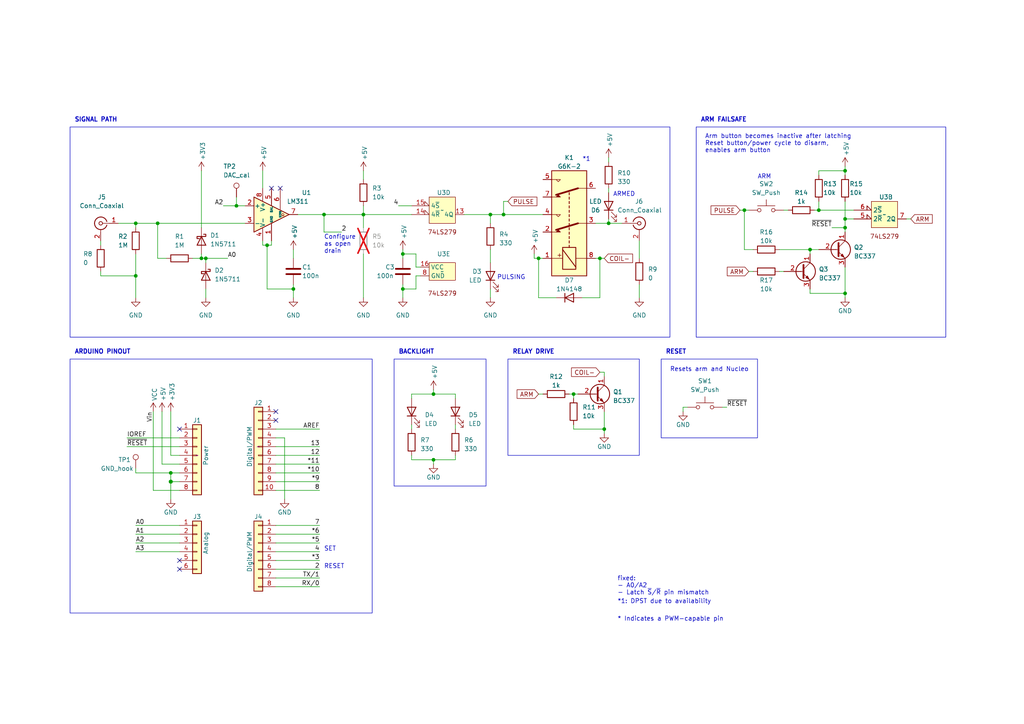
<source format=kicad_sch>
(kicad_sch (version 20230121) (generator eeschema)
  (paper "A4")
  (title_block (title "Pulsed laser ablator Interface") (date "2023-09-07") (rev "3"))
  (lib_symbols
    (symbol "74LS279_1"
      (property "Reference" "U3" (at 0.433 5.08 0))
      (property "Value" "~" (at 0 0 0))
      (symbol "74LS279_1_0_1"
        (text "74LS279" (at 0 -6.35 0) (effects (font (size 1.27 1.27))))
      )
      (symbol "74LS279_1_1_1"
        (rectangle (start -3.81 5.08) (end 3.81 -5.08) (fill (type background)))
        (pin input input_low (at -8.89 -2.54 0) (length 5.08) (name "1~{R}") (number "1"))
        (pin input input_low (at -8.89 2.54 0) (length 5.08) (name "1~{S}1") (number "2"))
        (pin input input_low (at -8.89 0 0) (length 5.08) (name "1~{S}2") (number "3"))
        (pin output line (at 6.35 -2.54 180) (length 2.54) (name "1Q") (number "4"))
      )
      (symbol "74LS279_1_2_1"
        (rectangle (start -3.81 3.81) (end 3.81 -3.81) (fill (type background)))
        (pin input input_low (at -8.89 -1.27 0) (length 5.08) (name "2~{R}") (number "5"))
        (pin input input_low (at -8.89 1.27 0) (length 5.08) (name "2~{S}") (number "6"))
        (pin output line (at 6.35 -1.27 180) (length 2.54) (name "2Q") (number "7"))
      )
      (symbol "74LS279_1_3_1"
        (rectangle (start -3.81 5.08) (end 3.81 -5.08) (fill (type background)))
        (pin input input_low (at -8.89 -2.54 0) (length 5.08) (name "3~{R}") (number "10"))
        (pin input input_low (at -8.89 2.54 0) (length 5.08) (name "3~{S}1") (number "11"))
        (pin input input_low (at -8.89 0 0) (length 5.08) (name "3~{S}2") (number "12"))
        (pin output line (at 6.35 -2.54 180) (length 2.54) (name "3Q") (number "9"))
      )
      (symbol "74LS279_1_4_1"
        (rectangle (start -3.81 3.81) (end 3.81 -3.81) (fill (type background)))
        (pin output line (at 6.35 -1.27 180) (length 2.54) (name "4Q") (number "13"))
        (pin input input_low (at -8.89 -1.27 0) (length 5.08) (name "4~{R}") (number "14"))
        (pin input input_low (at -8.89 1.27 0) (length 5.08) (name "4~{S}") (number "15"))
      )
      (symbol "74LS279_1_5_1"
        (rectangle (start -3.81 2.54) (end 3.81 -2.54) (fill (type background)))
        (pin power_in line (at -6.35 1.27 0) (length 2.54) (name "VCC") (number "16"))
        (pin power_out line (at -6.35 -1.27 0) (length 2.54) (name "GND") (number "8"))
      )
    )
    (symbol "74LS279_2"
      (property "Reference" "U3" (at 0.433 5.08 0))
      (property "Value" "~" (at 0 0 0))
      (symbol "74LS279_2_0_1"
        (text "74LS279" (at 0 -6.35 0) (effects (font (size 1.27 1.27))))
      )
      (symbol "74LS279_2_1_1"
        (rectangle (start -3.81 5.08) (end 3.81 -5.08) (fill (type background)))
        (pin input input_low (at -8.89 -2.54 0) (length 5.08) (name "1~{R}") (number "1"))
        (pin input input_low (at -8.89 2.54 0) (length 5.08) (name "1~{S}1") (number "2"))
        (pin input input_low (at -8.89 0 0) (length 5.08) (name "1~{S}2") (number "3"))
        (pin output line (at 6.35 -2.54 180) (length 2.54) (name "1Q") (number "4"))
      )
      (symbol "74LS279_2_2_1"
        (rectangle (start -3.81 3.81) (end 3.81 -3.81) (fill (type background)))
        (pin input input_low (at -8.89 -1.27 0) (length 5.08) (name "2~{R}") (number "5"))
        (pin input input_low (at -8.89 1.27 0) (length 5.08) (name "2~{S}") (number "6"))
        (pin output line (at 6.35 -1.27 180) (length 2.54) (name "2Q") (number "7"))
      )
      (symbol "74LS279_2_3_1"
        (rectangle (start -3.81 5.08) (end 3.81 -5.08) (fill (type background)))
        (pin input input_low (at -8.89 -2.54 0) (length 5.08) (name "3~{R}") (number "10"))
        (pin input input_low (at -8.89 2.54 0) (length 5.08) (name "3~{S}1") (number "11"))
        (pin input input_low (at -8.89 0 0) (length 5.08) (name "3~{S}2") (number "12"))
        (pin output line (at 6.35 -2.54 180) (length 2.54) (name "3Q") (number "9"))
      )
      (symbol "74LS279_2_4_1"
        (rectangle (start -3.81 3.81) (end 3.81 -3.81) (fill (type background)))
        (pin output line (at 6.35 -1.27 180) (length 2.54) (name "4Q") (number "13"))
        (pin input input_low (at -8.89 -1.27 0) (length 5.08) (name "4~{R}") (number "14"))
        (pin input input_low (at -8.89 1.27 0) (length 5.08) (name "4~{S}") (number "15"))
      )
      (symbol "74LS279_2_5_1"
        (rectangle (start -3.81 2.54) (end 3.81 -2.54) (fill (type background)))
        (pin power_in line (at -6.35 1.27 0) (length 2.54) (name "VCC") (number "16"))
        (pin power_out line (at -6.35 -1.27 0) (length 2.54) (name "GND") (number "8"))
      )
    )
    (symbol "Comparator:LM311" (pin_names (offset 0.127))
      (property "Reference" "U" (at 3.81 6.35 0))
      (property "Value" "LM311" (at 3.81 3.81 0))
      (symbol "LM311_0_1"
        (polyline (pts (xy 5.08 0) (xy -5.08 5.08) (xy -5.08 -5.08) (xy 5.08 0)) (stroke (width 0.254)) (fill (type background)))
        (polyline (pts (xy 3.683 -0.381) (xy 3.302 -0.381) (xy 3.683 0) (xy 3.302 0.381) (xy 2.921 0) (xy 3.302 -0.381) (xy 2.921 -0.381)) (stroke (width 0.127)))
      )
      (symbol "LM311_1_1"
        (pin passive line (at 0 -7.62 90) (length 5.08) (name "GND") (number "1"))
        (pin input line (at -7.62 2.54 0) (length 2.54) (name "+") (number "2"))
        (pin input line (at -7.62 -2.54 0) (length 2.54) (name "-") (number "3"))
        (pin power_in line (at -2.54 -7.62 90) (length 3.81) (name "V-") (number "4"))
        (pin input line (at 0 7.62 270) (length 5.08) (name "BAL") (number "5"))
        (pin input line (at 2.54 7.62 270) (length 6.35) (name "STRB") (number "6"))
        (pin open_collector line (at 7.62 0 180) (length 2.54) (name "~") (number "7"))
        (pin power_in line (at -2.54 7.62 270) (length 3.81) (name "V+") (number "8"))
      )
    )
    (symbol "Connector:Conn_Coaxial" (pin_names (offset 1.016) hide)
      (property "Reference" "J" (at 0.254 3.048 0))
      (property "Value" "Conn_Coaxial" (at 2.921 0 90))
      (symbol "Conn_Coaxial_0_1"
        (arc (start -1.778 -0.508) (mid 0.2311 -1.8066) (end 1.778 0) (stroke (width 0.254)))
        (polyline (pts (xy -2.54 0) (xy -0.508 0)))
        (polyline (pts (xy 0 -2.54) (xy 0 -1.778)))
        (circle (center 0 0) (radius 0.508) (stroke (width 0.2032)))
        (arc (start 1.778 0) (mid 0.2099 1.8101) (end -1.778 0.508) (stroke (width 0.254)))
      )
      (symbol "Conn_Coaxial_1_1"
        (pin passive line (at -5.08 0 0) (length 2.54) (name "In") (number "1"))
        (pin passive line (at 0 -5.08 90) (length 2.54) (name "Ext") (number "2"))
      )
    )
    (symbol "Connector:TestPoint" (pin_numbers hide) (pin_names (offset 0.762) hide)
      (property "Reference" "TP" (at 0 6.858 0))
      (property "Value" "TestPoint" (at 0 5.08 0))
      (symbol "TestPoint_0_1"
        (circle (center 0 3.302) (radius 0.762))
      )
      (symbol "TestPoint_1_1"
        (pin passive line (at 0 0 90) (length 2.54) (name "1") (number "1"))
      )
    )
    (symbol "Connector_Generic:Conn_01x06" (pin_names (offset 1.016) hide)
      (property "Reference" "J" (at 0 7.62 0))
      (property "Value" "Conn_01x06" (at 0 -10.16 0))
      (symbol "Conn_01x06_1_1"
        (rectangle (start -1.27 -7.493) (end 0 -7.747) (stroke (width 0.1524)))
        (rectangle (start -1.27 -4.953) (end 0 -5.207) (stroke (width 0.1524)))
        (rectangle (start -1.27 -2.413) (end 0 -2.667) (stroke (width 0.1524)))
        (rectangle (start -1.27 0.127) (end 0 -0.127) (stroke (width 0.1524)))
        (rectangle (start -1.27 2.667) (end 0 2.413) (stroke (width 0.1524)))
        (rectangle (start -1.27 5.207) (end 0 4.953) (stroke (width 0.1524)))
        (rectangle (start -1.27 6.35) (end 1.27 -8.89) (stroke (width 0.254)) (fill (type background)))
        (pin passive line (at -5.08 5.08 0) (length 3.81) (name "Pin_1") (number "1"))
        (pin passive line (at -5.08 2.54 0) (length 3.81) (name "Pin_2") (number "2"))
        (pin passive line (at -5.08 0 0) (length 3.81) (name "Pin_3") (number "3"))
        (pin passive line (at -5.08 -2.54 0) (length 3.81) (name "Pin_4") (number "4"))
        (pin passive line (at -5.08 -5.08 0) (length 3.81) (name "Pin_5") (number "5"))
        (pin passive line (at -5.08 -7.62 0) (length 3.81) (name "Pin_6") (number "6"))
      )
    )
    (symbol "Connector_Generic:Conn_01x08" (pin_names (offset 1.016) hide)
      (property "Reference" "J" (at 0 10.16 0))
      (property "Value" "Conn_01x08" (at 0 -12.7 0))
      (symbol "Conn_01x08_1_1"
        (rectangle (start -1.27 -10.033) (end 0 -10.287) (stroke (width 0.1524)))
        (rectangle (start -1.27 -7.493) (end 0 -7.747) (stroke (width 0.1524)))
        (rectangle (start -1.27 -4.953) (end 0 -5.207) (stroke (width 0.1524)))
        (rectangle (start -1.27 -2.413) (end 0 -2.667) (stroke (width 0.1524)))
        (rectangle (start -1.27 0.127) (end 0 -0.127) (stroke (width 0.1524)))
        (rectangle (start -1.27 2.667) (end 0 2.413) (stroke (width 0.1524)))
        (rectangle (start -1.27 5.207) (end 0 4.953) (stroke (width 0.1524)))
        (rectangle (start -1.27 7.747) (end 0 7.493) (stroke (width 0.1524)))
        (rectangle (start -1.27 8.89) (end 1.27 -11.43) (stroke (width 0.254)) (fill (type background)))
        (pin passive line (at -5.08 7.62 0) (length 3.81) (name "Pin_1") (number "1"))
        (pin passive line (at -5.08 5.08 0) (length 3.81) (name "Pin_2") (number "2"))
        (pin passive line (at -5.08 2.54 0) (length 3.81) (name "Pin_3") (number "3"))
        (pin passive line (at -5.08 0 0) (length 3.81) (name "Pin_4") (number "4"))
        (pin passive line (at -5.08 -2.54 0) (length 3.81) (name "Pin_5") (number "5"))
        (pin passive line (at -5.08 -5.08 0) (length 3.81) (name "Pin_6") (number "6"))
        (pin passive line (at -5.08 -7.62 0) (length 3.81) (name "Pin_7") (number "7"))
        (pin passive line (at -5.08 -10.16 0) (length 3.81) (name "Pin_8") (number "8"))
      )
    )
    (symbol "Connector_Generic:Conn_01x10" (pin_names (offset 1.016) hide)
      (property "Reference" "J" (at 0 12.7 0))
      (property "Value" "Conn_01x10" (at 0 -15.24 0))
      (symbol "Conn_01x10_1_1"
        (rectangle (start -1.27 -12.573) (end 0 -12.827) (stroke (width 0.1524)))
        (rectangle (start -1.27 -10.033) (end 0 -10.287) (stroke (width 0.1524)))
        (rectangle (start -1.27 -7.493) (end 0 -7.747) (stroke (width 0.1524)))
        (rectangle (start -1.27 -4.953) (end 0 -5.207) (stroke (width 0.1524)))
        (rectangle (start -1.27 -2.413) (end 0 -2.667) (stroke (width 0.1524)))
        (rectangle (start -1.27 0.127) (end 0 -0.127) (stroke (width 0.1524)))
        (rectangle (start -1.27 2.667) (end 0 2.413) (stroke (width 0.1524)))
        (rectangle (start -1.27 5.207) (end 0 4.953) (stroke (width 0.1524)))
        (rectangle (start -1.27 7.747) (end 0 7.493) (stroke (width 0.1524)))
        (rectangle (start -1.27 10.287) (end 0 10.033) (stroke (width 0.1524)))
        (rectangle (start -1.27 11.43) (end 1.27 -13.97) (stroke (width 0.254)) (fill (type background)))
        (pin passive line (at -5.08 10.16 0) (length 3.81) (name "Pin_1") (number "1"))
        (pin passive line (at -5.08 -12.7 0) (length 3.81) (name "Pin_10") (number "10"))
        (pin passive line (at -5.08 7.62 0) (length 3.81) (name "Pin_2") (number "2"))
        (pin passive line (at -5.08 5.08 0) (length 3.81) (name "Pin_3") (number "3"))
        (pin passive line (at -5.08 2.54 0) (length 3.81) (name "Pin_4") (number "4"))
        (pin passive line (at -5.08 0 0) (length 3.81) (name "Pin_5") (number "5"))
        (pin passive line (at -5.08 -2.54 0) (length 3.81) (name "Pin_6") (number "6"))
        (pin passive line (at -5.08 -5.08 0) (length 3.81) (name "Pin_7") (number "7"))
        (pin passive line (at -5.08 -7.62 0) (length 3.81) (name "Pin_8") (number "8"))
        (pin passive line (at -5.08 -10.16 0) (length 3.81) (name "Pin_9") (number "9"))
      )
    )
    (symbol "Device:C" (pin_numbers hide) (pin_names (offset 0.254))
      (property "Reference" "C" (at 0.635 2.54 0))
      (property "Value" "C" (at 0.635 -2.54 0))
      (symbol "C_0_1"
        (polyline (pts (xy -2.032 -0.762) (xy 2.032 -0.762)) (stroke (width 0.508)))
        (polyline (pts (xy -2.032 0.762) (xy 2.032 0.762)) (stroke (width 0.508)))
      )
      (symbol "C_1_1"
        (pin passive line (at 0 3.81 270) (length 2.794) (name "~") (number "1"))
        (pin passive line (at 0 -3.81 90) (length 2.794) (name "~") (number "2"))
      )
    )
    (symbol "Device:D_Schottky" (pin_numbers hide) (pin_names (offset 1.016) hide)
      (property "Reference" "D" (at 0 2.54 0))
      (property "Value" "D_Schottky" (at 0 -2.54 0))
      (symbol "D_Schottky_0_1"
        (polyline (pts (xy 1.27 0) (xy -1.27 0)))
        (polyline (pts (xy 1.27 1.27) (xy 1.27 -1.27) (xy -1.27 0) (xy 1.27 1.27)) (stroke (width 0.254)))
        (polyline (pts (xy -1.905 0.635) (xy -1.905 1.27) (xy -1.27 1.27) (xy -1.27 -1.27) (xy -0.635 -1.27) (xy -0.635 -0.635)) (stroke (width 0.254)))
      )
      (symbol "D_Schottky_1_1"
        (pin passive line (at -3.81 0 0) (length 2.54) (name "K") (number "1"))
        (pin passive line (at 3.81 0 180) (length 2.54) (name "A") (number "2"))
      )
    )
    (symbol "Device:LED" (pin_numbers hide) (pin_names (offset 1.016) hide)
      (property "Reference" "D" (at 0 2.54 0))
      (property "Value" "LED" (at 0 -2.54 0))
      (symbol "LED_0_1"
        (polyline (pts (xy -1.27 -1.27) (xy -1.27 1.27)) (stroke (width 0.254)))
        (polyline (pts (xy -1.27 0) (xy 1.27 0)))
        (polyline (pts (xy 1.27 -1.27) (xy 1.27 1.27) (xy -1.27 0) (xy 1.27 -1.27)) (stroke (width 0.254)))
        (polyline (pts (xy -3.048 -0.762) (xy -4.572 -2.286) (xy -3.81 -2.286) (xy -4.572 -2.286) (xy -4.572 -1.524)))
        (polyline (pts (xy -1.778 -0.762) (xy -3.302 -2.286) (xy -2.54 -2.286) (xy -3.302 -2.286) (xy -3.302 -1.524)))
      )
      (symbol "LED_1_1"
        (pin passive line (at -3.81 0 0) (length 2.54) (name "K") (number "1"))
        (pin passive line (at 3.81 0 180) (length 2.54) (name "A") (number "2"))
      )
    )
    (symbol "Device:R" (pin_numbers hide) (pin_names (offset 0))
      (property "Reference" "R" (at 2.032 0 90))
      (property "Value" "R" (at 0 0 90))
      (symbol "R_0_1"
        (rectangle (start -1.016 -2.54) (end 1.016 2.54) (stroke (width 0.254)))
      )
      (symbol "R_1_1"
        (pin passive line (at 0 3.81 270) (length 1.27) (name "~") (number "1"))
        (pin passive line (at 0 -3.81 90) (length 1.27) (name "~") (number "2"))
      )
    )
    (symbol "Diode:1N4148" (pin_numbers hide) (pin_names hide)
      (property "Reference" "D" (at 0 2.54 0))
      (property "Value" "1N4148" (at 0 -2.54 0))
      (symbol "1N4148_0_1"
        (polyline (pts (xy -1.27 1.27) (xy -1.27 -1.27)) (stroke (width 0.254)))
        (polyline (pts (xy 1.27 0) (xy -1.27 0)))
        (polyline (pts (xy 1.27 1.27) (xy 1.27 -1.27) (xy -1.27 0) (xy 1.27 1.27)) (stroke (width 0.254)))
      )
      (symbol "1N4148_1_1"
        (pin passive line (at -3.81 0 0) (length 2.54) (name "K") (number "1"))
        (pin passive line (at 3.81 0 180) (length 2.54) (name "A") (number "2"))
      )
    )
    (symbol "Relay:G6K-2"
      (property "Reference" "K" (at 16.51 3.81 0))
      (property "Value" "G6K-2" (at 16.51 1.27 0))
      (symbol "G6K-2_0_0"
        (text "+" (at -9.271 2.921 0) (effects (font (size 1.27 1.27))))
      )
      (symbol "G6K-2_0_1"
        (rectangle (start -15.24 5.08) (end 15.24 -5.08) (stroke (width 0.254)) (fill (type background)))
        (rectangle (start -13.335 1.905) (end -6.985 -1.905) (stroke (width 0.254)))
        (polyline (pts (xy -12.7 -1.905) (xy -7.62 1.905)) (stroke (width 0.254)))
        (polyline (pts (xy -10.16 -5.08) (xy -10.16 -1.905)))
        (polyline (pts (xy -10.16 5.08) (xy -10.16 1.905)))
        (polyline (pts (xy -6.985 0) (xy -6.35 0)) (stroke (width 0.254)))
        (polyline (pts (xy -5.715 0) (xy -5.08 0)) (stroke (width 0.254)))
        (polyline (pts (xy -4.445 0) (xy -3.81 0)) (stroke (width 0.254)))
        (polyline (pts (xy -3.175 0) (xy -2.54 0)) (stroke (width 0.254)))
        (polyline (pts (xy -1.905 0) (xy -1.27 0)) (stroke (width 0.254)))
        (polyline (pts (xy -0.635 0) (xy 0 0)) (stroke (width 0.254)))
        (polyline (pts (xy 0 -2.54) (xy -1.905 3.81)) (stroke (width 0.508)))
        (polyline (pts (xy 0 -2.54) (xy 0 -5.08)))
        (polyline (pts (xy 0.635 0) (xy 1.27 0)) (stroke (width 0.254)))
        (polyline (pts (xy 1.905 0) (xy 2.54 0)) (stroke (width 0.254)))
        (polyline (pts (xy 3.175 0) (xy 3.81 0)) (stroke (width 0.254)))
        (polyline (pts (xy 4.445 0) (xy 5.08 0)) (stroke (width 0.254)))
        (polyline (pts (xy 5.715 0) (xy 6.35 0)) (stroke (width 0.254)))
        (polyline (pts (xy 6.985 0) (xy 7.62 0)) (stroke (width 0.254)))
        (polyline (pts (xy 8.255 0) (xy 8.89 0)) (stroke (width 0.254)))
        (polyline (pts (xy 10.16 -2.54) (xy 8.255 3.81)) (stroke (width 0.508)))
        (polyline (pts (xy 10.16 -2.54) (xy 10.16 -5.08)))
        (polyline (pts (xy -2.54 5.08) (xy -2.54 2.54) (xy -1.905 3.175) (xy -2.54 3.81)) (fill (type outline)))
        (polyline (pts (xy 2.54 5.08) (xy 2.54 2.54) (xy 1.905 3.175) (xy 2.54 3.81)))
        (polyline (pts (xy 7.62 5.08) (xy 7.62 2.54) (xy 8.255 3.175) (xy 7.62 3.81)) (fill (type outline)))
        (polyline (pts (xy 12.7 5.08) (xy 12.7 2.54) (xy 12.065 3.175) (xy 12.7 3.81)))
      )
      (symbol "G6K-2_1_1"
        (pin passive line (at -10.16 7.62 270) (length 2.54) (name "~") (number "1"))
        (pin passive line (at -2.54 7.62 270) (length 2.54) (name "~") (number "2"))
        (pin passive line (at 0 -7.62 90) (length 2.54) (name "~") (number "3"))
        (pin passive line (at 2.54 7.62 270) (length 2.54) (name "~") (number "4"))
        (pin passive line (at 12.7 7.62 270) (length 2.54) (name "~") (number "5"))
        (pin passive line (at 10.16 -7.62 90) (length 2.54) (name "~") (number "6"))
        (pin passive line (at 7.62 7.62 270) (length 2.54) (name "~") (number "7"))
        (pin passive line (at -10.16 -7.62 90) (length 2.54) (name "~") (number "8"))
      )
    )
    (symbol "Switch:SW_Push" (pin_numbers hide) (pin_names (offset 1.016) hide)
      (property "Reference" "SW" (at 1.27 2.54 0))
      (property "Value" "SW_Push" (at 0 -1.524 0))
      (symbol "SW_Push_0_1"
        (circle (center -2.032 0) (radius 0.508))
        (polyline (pts (xy 0 1.27) (xy 0 3.048)))
        (polyline (pts (xy 2.54 1.27) (xy -2.54 1.27)))
        (circle (center 2.032 0) (radius 0.508))
        (pin passive line (at -5.08 0 0) (length 2.54) (name "1") (number "1"))
        (pin passive line (at 5.08 0 180) (length 2.54) (name "2") (number "2"))
      )
    )
    (symbol "Transistor_BJT:BC337" (pin_names (offset 0) hide)
      (property "Reference" "Q" (at 5.08 1.905 0))
      (property "Value" "BC337" (at 5.08 0 0))
      (symbol "BC337_0_1"
        (polyline (pts (xy 0 0) (xy 0.635 0)))
        (polyline (pts (xy 0.635 0.635) (xy 2.54 2.54)))
        (polyline (pts (xy 0.635 -0.635) (xy 2.54 -2.54) (xy 2.54 -2.54)))
        (polyline (pts (xy 0.635 1.905) (xy 0.635 -1.905) (xy 0.635 -1.905)) (stroke (width 0.508)))
        (polyline (pts (xy 1.27 -1.778) (xy 1.778 -1.27) (xy 2.286 -2.286) (xy 1.27 -1.778) (xy 1.27 -1.778)) (fill (type outline)))
        (circle (center 1.27 0) (radius 2.8194) (stroke (width 0.254)))
      )
      (symbol "BC337_1_1"
        (pin passive line (at 2.54 5.08 270) (length 2.54) (name "C") (number "1"))
        (pin input line (at -5.08 0 0) (length 5.08) (name "B") (number "2"))
        (pin passive line (at 2.54 -5.08 90) (length 2.54) (name "E") (number "3"))
      )
    )
    (symbol "guillem_symbols:74LS279"
      (property "Reference" "U3" (at 0.433 5.08 0))
      (property "Value" "~" (at 0 0 0))
      (symbol "74LS279_0_1"
        (text "74LS279" (at 0 -6.35 0) (effects (font (size 1.27 1.27))))
      )
      (symbol "74LS279_1_1"
        (rectangle (start -3.81 5.08) (end 3.81 -5.08) (fill (type background)))
        (pin input input_low (at -8.89 -2.54 0) (length 5.08) (name "1~{R}") (number "1"))
        (pin input input_low (at -8.89 2.54 0) (length 5.08) (name "1~{S}1") (number "2"))
        (pin input input_low (at -8.89 0 0) (length 5.08) (name "1~{S}2") (number "3"))
        (pin output line (at 6.35 -2.54 180) (length 2.54) (name "1Q") (number "4"))
      )
      (symbol "74LS279_2_1"
        (rectangle (start -3.81 3.81) (end 3.81 -3.81) (fill (type background)))
        (pin input input_low (at -8.89 -1.27 0) (length 5.08) (name "2~{R}") (number "5"))
        (pin input input_low (at -8.89 1.27 0) (length 5.08) (name "2~{S}") (number "6"))
        (pin output line (at 6.35 -1.27 180) (length 2.54) (name "2Q") (number "7"))
      )
      (symbol "74LS279_3_1"
        (rectangle (start -3.81 5.08) (end 3.81 -5.08) (fill (type background)))
        (pin input input_low (at -8.89 -2.54 0) (length 5.08) (name "3~{R}") (number "10"))
        (pin input input_low (at -8.89 2.54 0) (length 5.08) (name "3~{S}1") (number "11"))
        (pin input input_low (at -8.89 0 0) (length 5.08) (name "3~{S}2") (number "12"))
        (pin output line (at 6.35 -2.54 180) (length 2.54) (name "3Q") (number "9"))
      )
      (symbol "74LS279_4_1"
        (rectangle (start -3.81 3.81) (end 3.81 -3.81) (fill (type background)))
        (pin output line (at 6.35 -1.27 180) (length 2.54) (name "4Q") (number "13"))
        (pin input input_low (at -8.89 -1.27 0) (length 5.08) (name "4~{R}") (number "14"))
        (pin input input_low (at -8.89 1.27 0) (length 5.08) (name "4~{S}") (number "15"))
      )
      (symbol "74LS279_5_1"
        (rectangle (start -3.81 2.54) (end 3.81 -2.54) (fill (type background)))
        (pin power_in line (at -6.35 1.27 0) (length 2.54) (name "VCC") (number "16"))
        (pin power_out line (at -6.35 -1.27 0) (length 2.54) (name "GND") (number "8"))
      )
    )
    (symbol "power:+3V3" (power) (pin_names (offset 0))
      (property "Value" "+3V3" (at 0 3.556 0))
      (symbol "+3V3_0_1"
        (polyline (pts (xy -0.762 1.27) (xy 0 2.54)))
        (polyline (pts (xy 0 0) (xy 0 2.54)))
        (polyline (pts (xy 0 2.54) (xy 0.762 1.27)))
      )
      (symbol "+3V3_1_1"
        (pin power_in line (at 0 0 90) (length 0) hide (name "+3V3") (number "1"))
      )
    )
    (symbol "power:+5V" (power) (pin_names (offset 0))
      (property "Value" "+5V" (at 0 3.556 0))
      (symbol "+5V_0_1"
        (polyline (pts (xy -0.762 1.27) (xy 0 2.54)))
        (polyline (pts (xy 0 0) (xy 0 2.54)))
        (polyline (pts (xy 0 2.54) (xy 0.762 1.27)))
      )
      (symbol "+5V_1_1"
        (pin power_in line (at 0 0 90) (length 0) hide (name "+5V") (number "1"))
      )
    )
    (symbol "power:GND" (power) (pin_names (offset 0))
      (property "Value" "GND" (at 0 -3.81 0))
      (symbol "GND_0_1"
        (polyline (pts (xy 0 0) (xy 0 -1.27) (xy 1.27 -1.27) (xy 0 -2.54) (xy -1.27 -1.27) (xy 0 -1.27)))
      )
      (symbol "GND_1_1"
        (pin power_in line (at 0 0 270) (length 0) hide (name "GND") (number "1"))
      )
    )
    (symbol "power:VCC" (power) (pin_names (offset 0))
      (property "Value" "VCC" (at 0 3.81 0))
      (symbol "VCC_0_1"
        (polyline (pts (xy -0.762 1.27) (xy 0 2.54)))
        (polyline (pts (xy 0 0) (xy 0 2.54)))
        (polyline (pts (xy 0 2.54) (xy 0.762 1.27)))
      )
      (symbol "VCC_1_1"
        (pin power_in line (at 0 0 90) (length 0) hide (name "VCC") (number "1"))
      )
    )
  )
  (junction (at 234.95 72.39))
  (junction (at 245.11 63.5))
  (junction (at 85.09 83.82))
  (junction (at 237.49 60.96))
  (junction (at 49.53 137.16))
  (junction (at 245.11 66.04))
  (junction (at 142.24 62.23))
  (junction (at 176.53 64.77))
  (junction (at 49.53 139.7) (diameter 1.016))
  (junction (at 245.11 85.09))
  (junction (at 39.37 64.77))
  (junction (at 93.98 62.23))
  (junction (at 58.42 74.93))
  (junction (at 125.73 133.35))
  (junction (at 175.26 124.46))
  (junction (at 173.99 74.93))
  (junction (at 116.84 83.82))
  (junction (at 77.47 71.12))
  (junction (at 125.73 114.3))
  (junction (at 45.72 64.77))
  (junction (at 68.58 59.69))
  (junction (at 166.37 114.3))
  (junction (at 39.37 80.01))
  (junction (at 105.41 62.23))
  (junction (at 146.05 62.23))
  (junction (at 116.84 73.66))
  (junction (at 245.11 49.53))
  (junction (at 215.9 60.96))
  (junction (at 156.21 74.93))
  (junction (at 59.69 74.93))
  (no_connect (at 80.01 121.92))
  (no_connect (at 81.28 54.61))
  (no_connect (at 52.07 162.56))
  (no_connect (at 80.01 119.38))
  (no_connect (at 78.74 54.61))
  (no_connect (at 52.07 165.1))
  (no_connect (at 52.07 124.46))
  (wire (pts (xy 80.01 170.18) (xy 92.71 170.18)))
  (wire (pts (xy 215.9 60.96) (xy 215.9 72.39)))
  (wire (pts (xy 175.26 119.38) (xy 175.26 124.46)))
  (wire (pts (xy 156.21 74.93) (xy 157.48 74.93)))
  (wire (pts (xy 120.65 83.82) (xy 120.65 80.01)))
  (wire (pts (xy 173.99 86.36) (xy 173.99 74.93)))
  (wire (pts (xy 80.01 137.16) (xy 92.71 137.16)))
  (wire (pts (xy 58.42 74.93) (xy 59.69 74.93)))
  (wire (pts (xy 241.3 66.04) (xy 245.11 66.04)))
  (wire (pts (xy 185.42 69.85) (xy 185.42 74.93)))
  (wire (pts (xy 234.95 72.39) (xy 234.95 73.66)))
  (wire (pts (xy 237.49 49.53) (xy 237.49 50.8)))
  (wire (pts (xy 237.49 58.42) (xy 237.49 60.96)))
  (wire (pts (xy 76.2 49.53) (xy 76.2 54.61)))
  (wire (pts (xy 49.53 137.16) (xy 49.53 139.7)))
  (wire (pts (xy 142.24 62.23) (xy 146.05 62.23)))
  (wire (pts (xy 132.08 123.19) (xy 132.08 124.46)))
  (wire (pts (xy 77.47 71.12) (xy 77.47 83.82)))
  (wire (pts (xy 245.11 63.5) (xy 247.65 63.5)))
  (wire (pts (xy 245.11 66.04) (xy 245.11 63.5)))
  (wire (pts (xy 175.26 107.95) (xy 175.26 109.22)))
  (wire (pts (xy 48.26 74.93) (xy 45.72 74.93)))
  (wire (pts (xy 245.11 48.26) (xy 245.11 49.53)))
  (wire (pts (xy 245.11 49.53) (xy 237.49 49.53)))
  (wire (pts (xy 49.53 139.7) (xy 49.53 144.78)))
  (wire (pts (xy 49.53 132.08) (xy 52.07 132.08)))
  (wire (pts (xy 227.33 60.96) (xy 228.6 60.96)))
  (wire (pts (xy 46.99 134.62) (xy 52.07 134.62)))
  (wire (pts (xy 46.99 119.38) (xy 46.99 134.62)))
  (wire (pts (xy 142.24 72.39) (xy 142.24 76.2)))
  (wire (pts (xy 217.17 78.74) (xy 218.44 78.74)))
  (wire (pts (xy 80.01 129.54) (xy 92.71 129.54)))
  (wire (pts (xy 86.36 62.23) (xy 93.98 62.23)))
  (wire (pts (xy 49.53 119.38) (xy 49.53 132.08)))
  (wire (pts (xy 80.01 152.4) (xy 92.71 152.4)))
  (wire (pts (xy 165.1 114.3) (xy 166.37 114.3)))
  (wire (pts (xy 39.37 73.66) (xy 39.37 80.01)))
  (wire (pts (xy 52.07 152.4) (xy 39.37 152.4)))
  (wire (pts (xy 173.99 74.93) (xy 175.26 74.93)))
  (wire (pts (xy 80.01 132.08) (xy 92.71 132.08)))
  (wire (pts (xy 93.98 62.23) (xy 105.41 62.23)))
  (wire (pts (xy 45.72 64.77) (xy 71.12 64.77)))
  (wire (pts (xy 80.01 154.94) (xy 92.71 154.94)))
  (wire (pts (xy 85.09 82.55) (xy 85.09 83.82)))
  (wire (pts (xy 76.2 69.85) (xy 76.2 71.12)))
  (wire (pts (xy 147.32 58.42) (xy 146.05 58.42)))
  (wire (pts (xy 105.41 62.23) (xy 105.41 66.04)))
  (wire (pts (xy 105.41 59.69) (xy 105.41 62.23)))
  (wire (pts (xy 68.58 57.15) (xy 68.58 59.69)))
  (wire (pts (xy 59.69 83.82) (xy 59.69 86.36)))
  (wire (pts (xy 29.21 69.85) (xy 29.21 71.12)))
  (wire (pts (xy 215.9 72.39) (xy 218.44 72.39)))
  (wire (pts (xy 173.99 107.95) (xy 175.26 107.95)))
  (wire (pts (xy 166.37 124.46) (xy 175.26 124.46)))
  (wire (pts (xy 29.21 80.01) (xy 39.37 80.01)))
  (wire (pts (xy 134.62 62.23) (xy 142.24 62.23)))
  (wire (pts (xy 80.01 139.7) (xy 92.71 139.7)))
  (wire (pts (xy 29.21 78.74) (xy 29.21 80.01)))
  (wire (pts (xy 132.08 132.08) (xy 132.08 133.35)))
  (wire (pts (xy 76.2 71.12) (xy 77.47 71.12)))
  (wire (pts (xy 80.01 160.02) (xy 92.71 160.02)))
  (wire (pts (xy 85.09 72.39) (xy 85.09 74.93)))
  (wire (pts (xy 119.38 132.08) (xy 119.38 133.35)))
  (wire (pts (xy 215.9 60.96) (xy 217.17 60.96)))
  (wire (pts (xy 262.89 63.5) (xy 264.16 63.5)))
  (wire (pts (xy 166.37 123.19) (xy 166.37 124.46)))
  (wire (pts (xy 36.83 127) (xy 52.07 127)))
  (wire (pts (xy 116.84 83.82) (xy 120.65 83.82)))
  (wire (pts (xy 125.73 134.62) (xy 125.73 133.35)))
  (wire (pts (xy 245.11 58.42) (xy 245.11 63.5)))
  (wire (pts (xy 198.12 119.38) (xy 198.12 118.11)))
  (wire (pts (xy 234.95 83.82) (xy 234.95 85.09)))
  (wire (pts (xy 120.65 80.01) (xy 121.92 80.01)))
  (wire (pts (xy 176.53 54.61) (xy 176.53 55.88)))
  (wire (pts (xy 175.26 124.46) (xy 175.26 125.73)))
  (wire (pts (xy 125.73 133.35) (xy 132.08 133.35)))
  (wire (pts (xy 146.05 62.23) (xy 157.48 62.23)))
  (wire (pts (xy 234.95 72.39) (xy 237.49 72.39)))
  (wire (pts (xy 185.42 82.55) (xy 185.42 86.36)))
  (wire (pts (xy 245.11 77.47) (xy 245.11 85.09)))
  (wire (pts (xy 120.65 73.66) (xy 116.84 73.66)))
  (wire (pts (xy 82.55 127) (xy 82.55 144.78)))
  (wire (pts (xy 93.98 62.23) (xy 93.98 67.31)))
  (wire (pts (xy 105.41 73.66) (xy 105.41 86.36)))
  (wire (pts (xy 121.92 77.47) (xy 120.65 77.47)))
  (wire (pts (xy 45.72 64.77) (xy 45.72 74.93)))
  (wire (pts (xy 80.01 124.46) (xy 92.71 124.46)))
  (wire (pts (xy 115.57 59.69) (xy 119.38 59.69)))
  (wire (pts (xy 142.24 83.82) (xy 142.24 86.36)))
  (wire (pts (xy 214.63 60.96) (xy 215.9 60.96)))
  (wire (pts (xy 125.73 114.3) (xy 132.08 114.3)))
  (wire (pts (xy 116.84 83.82) (xy 116.84 86.36)))
  (wire (pts (xy 166.37 114.3) (xy 167.64 114.3)))
  (wire (pts (xy 85.09 83.82) (xy 85.09 86.36)))
  (wire (pts (xy 68.58 59.69) (xy 71.12 59.69)))
  (wire (pts (xy 52.07 157.48) (xy 39.37 157.48)))
  (wire (pts (xy 36.83 129.54) (xy 52.07 129.54)))
  (wire (pts (xy 77.47 83.82) (xy 85.09 83.82)))
  (wire (pts (xy 39.37 137.16) (xy 49.53 137.16)))
  (wire (pts (xy 52.07 139.7) (xy 49.53 139.7)))
  (wire (pts (xy 39.37 64.77) (xy 45.72 64.77)))
  (wire (pts (xy 116.84 82.55) (xy 116.84 83.82)))
  (wire (pts (xy 125.73 113.03) (xy 125.73 114.3)))
  (wire (pts (xy 119.38 114.3) (xy 119.38 115.57)))
  (wire (pts (xy 156.21 114.3) (xy 157.48 114.3)))
  (wire (pts (xy 245.11 67.31) (xy 245.11 66.04)))
  (wire (pts (xy 78.74 69.85) (xy 78.74 71.12)))
  (wire (pts (xy 52.07 142.24) (xy 44.45 142.24)))
  (wire (pts (xy 105.41 49.53) (xy 105.41 52.07)))
  (wire (pts (xy 105.41 62.23) (xy 119.38 62.23)))
  (wire (pts (xy 39.37 154.94) (xy 52.07 154.94)))
  (wire (pts (xy 39.37 80.01) (xy 39.37 86.36)))
  (wire (pts (xy 58.42 49.53) (xy 58.42 66.04)))
  (wire (pts (xy 120.65 77.47) (xy 120.65 73.66)))
  (wire (pts (xy 245.11 49.53) (xy 245.11 50.8)))
  (wire (pts (xy 59.69 74.93) (xy 66.04 74.93)))
  (wire (pts (xy 166.37 114.3) (xy 166.37 115.57)))
  (wire (pts (xy 176.53 63.5) (xy 176.53 64.77)))
  (wire (pts (xy 172.72 64.77) (xy 176.53 64.77)))
  (wire (pts (xy 226.06 72.39) (xy 234.95 72.39)))
  (wire (pts (xy 55.88 74.93) (xy 58.42 74.93)))
  (wire (pts (xy 80.01 127) (xy 82.55 127)))
  (wire (pts (xy 156.21 86.36) (xy 156.21 74.93)))
  (wire (pts (xy 168.91 86.36) (xy 173.99 86.36)))
  (wire (pts (xy 52.07 137.16) (xy 49.53 137.16)))
  (wire (pts (xy 176.53 45.72) (xy 176.53 46.99)))
  (wire (pts (xy 142.24 62.23) (xy 142.24 64.77)))
  (wire (pts (xy 80.01 134.62) (xy 92.71 134.62)))
  (wire (pts (xy 58.42 73.66) (xy 58.42 74.93)))
  (wire (pts (xy 99.06 67.31) (xy 93.98 67.31)))
  (wire (pts (xy 132.08 115.57) (xy 132.08 114.3)))
  (wire (pts (xy 237.49 60.96) (xy 247.65 60.96)))
  (wire (pts (xy 80.01 157.48) (xy 92.71 157.48)))
  (wire (pts (xy 39.37 160.02) (xy 52.07 160.02)))
  (wire (pts (xy 161.29 86.36) (xy 156.21 86.36)))
  (wire (pts (xy 176.53 64.77) (xy 180.34 64.77)))
  (wire (pts (xy 116.84 73.66) (xy 116.84 74.93)))
  (wire (pts (xy 236.22 60.96) (xy 237.49 60.96)))
  (wire (pts (xy 209.55 118.11) (xy 210.82 118.11)))
  (wire (pts (xy 154.94 73.66) (xy 154.94 74.93)))
  (wire (pts (xy 77.47 71.12) (xy 78.74 71.12)))
  (wire (pts (xy 39.37 135.89) (xy 39.37 137.16)))
  (wire (pts (xy 39.37 64.77) (xy 39.37 66.04)))
  (wire (pts (xy 154.94 74.93) (xy 156.21 74.93)))
  (wire (pts (xy 80.01 165.1) (xy 92.71 165.1)))
  (wire (pts (xy 146.05 58.42) (xy 146.05 62.23)))
  (wire (pts (xy 80.01 162.56) (xy 92.71 162.56)))
  (wire (pts (xy 198.12 118.11) (xy 199.39 118.11)))
  (wire (pts (xy 116.84 72.39) (xy 116.84 73.66)))
  (wire (pts (xy 245.11 85.09) (xy 245.11 86.36)))
  (wire (pts (xy 125.73 133.35) (xy 119.38 133.35)))
  (wire (pts (xy 34.29 64.77) (xy 39.37 64.77)))
  (wire (pts (xy 125.73 114.3) (xy 119.38 114.3)))
  (wire (pts (xy 234.95 85.09) (xy 245.11 85.09)))
  (wire (pts (xy 64.77 59.69) (xy 68.58 59.69)))
  (wire (pts (xy 59.69 76.2) (xy 59.69 74.93)))
  (wire (pts (xy 80.01 167.64) (xy 92.71 167.64)))
  (wire (pts (xy 44.45 142.24) (xy 44.45 119.38)))
  (wire (pts (xy 226.06 78.74) (xy 227.33 78.74)))
  (wire (pts (xy 119.38 123.19) (xy 119.38 124.46)))
  (wire (pts (xy 172.72 74.93) (xy 173.99 74.93)))
  (wire (pts (xy 80.01 142.24) (xy 92.71 142.24)))
  (rectangle (start 201.93 36.83) (end 274.32 97.79))
  (rectangle (start 20.32 36.83) (end 194.31 97.79))
  (rectangle (start 20.32 104.14) (end 107.95 177.8))
  (rectangle (start 114.3 104.14) (end 140.97 140.97))
  (rectangle (start 147.32 104.14) (end 185.42 132.08))
  (rectangle (start 191.77 104.14) (end 219.71 127))
  (text "ARM" (at 219.71 52.07 0) (effects (font (size 1.27 1.27)) (justify left bottom)))
  (text "ARMED" (at 177.8 57.15 0) (effects (font (size 1.27 1.27)) (justify left bottom)))
  (text "SET" (at 93.98 160.02 0) (effects (font (size 1.27 1.27)) (justify left bottom)))
  (text "*1" (at 168.91 46.99 0) (effects (font (size 1.27 1.27)) (justify left bottom)))
  (text "BACKLIGHT" (at 115.57 102.87 0) (effects (font (size 1.27 1.27) (thickness 0.254) bold) (justify left bottom)))
  (text "Configure\nas open \ndrain" (at 93.98 73.66 0) (effects (font (size 1.27 1.27)) (justify left bottom)))
  (text "ARDUINO PINOUT" (at 21.59 102.87 0) (effects (font (size 1.27 1.27) (thickness 0.254) bold) (justify left bottom)))
  (text "Arm button becomes inactive after latching\nReset button/power cycle to disarm,\nenables arm button" (at 204.47 44.45 0) (effects (font (size 1.27 1.27)) (justify left bottom)))
  (text "RESET" (at 193.04 102.87 0) (effects (font (size 1.27 1.27) (thickness 0.254) bold) (justify left bottom)))
  (text "SIGNAL PATH" (at 21.59 35.56 0) (effects (font (size 1.27 1.27) (thickness 0.254) bold) (justify left bottom)))
  (text "ARM FAILSAFE" (at 203.2 35.56 0) (effects (font (size 1.27 1.27) (thickness 0.254) bold) (justify left bottom)))
  (text "*1: DPST due to availability" (at 179.07 175.26 0) (effects (font (size 1.27 1.27)) (justify left bottom)))
  (text "RELAY DRIVE" (at 148.59 102.87 0) (effects (font (size 1.27 1.27) (thickness 0.254) bold) (justify left bottom)))
  (text "RESET" (at 93.98 165.1 0) (effects (font (size 1.27 1.27)) (justify left bottom)))
  (text "fixed:\n- A0/A2\n- Latch ~{S}/~{R} pin mismatch" (at 179.07 172.72 0) (effects (font (size 1.27 1.27)) (justify left bottom)))
  (text "Resets arm and Nucleo" (at 194.31 107.95 0) (effects (font (size 1.27 1.27)) (justify left bottom)))
  (text "* Indicates a PWM-capable pin" (at 179.07 180.34 0) (effects (font (size 1.27 1.27)) (justify left bottom)))
  (text "PULSING" (at 152.4 81.28 0) (effects (font (size 1.27 1.27)) (justify right bottom)))
  (label "RX{slash}0" (at 92.71 170.18 180))
  (label "A2" (at 39.37 157.48 0))
  (label "4" (at 92.71 160.02 180))
  (label "~{RESET}" (at 241.3 66.04 180))
  (label "2" (at 92.71 165.1 180))
  (label "A3" (at 39.37 160.02 0))
  (label "13" (at 92.71 129.54 180))
  (label "12" (at 92.71 132.08 180))
  (label "~{RESET}" (at 210.82 118.11 0))
  (label "~{RESET}" (at 36.83 129.54 0))
  (label "*10" (at 92.71 137.16 180))
  (label "A2" (at 64.77 59.69 180))
  (label "4" (at 115.57 59.69 180))
  (label "A0" (at 66.04 74.93 0))
  (label "7" (at 92.71 152.4 180))
  (label "8" (at 92.71 142.24 180))
  (label "*11" (at 92.71 134.62 180))
  (label "*3" (at 92.71 162.56 180))
  (label "A1" (at 39.37 154.94 0))
  (label "TX{slash}1" (at 92.71 167.64 180))
  (label "A0" (at 39.37 152.4 0))
  (label "AREF" (at 92.71 124.46 180))
  (label "2" (at 99.06 67.31 0))
  (label "Vin" (at 44.45 119.38 270))
  (label "*6" (at 92.71 154.94 180))
  (label "*9" (at 92.71 139.7 180))
  (label "*5" (at 92.71 157.48 180))
  (label "IOREF" (at 36.83 127 0))
  (global_label "ARM" (shape input) (at 264.16 63.5 0) (property "Intersheetrefs" "${INTERSHEET_REFS}" (effects hide)))
  (global_label "ARM" (shape input) (at 217.17 78.74 180) (property "Intersheetrefs" "${INTERSHEET_REFS}" (effects hide)))
  (global_label "ARM" (shape input) (at 156.21 114.3 180) (property "Intersheetrefs" "${INTERSHEET_REFS}" (effects hide)))
  (global_label "COIL-" (shape input) (at 175.26 74.93 0) (property "Intersheetrefs" "${INTERSHEET_REFS}" (effects hide)))
  (global_label "PULSE" (shape input) (at 147.32 58.42 0) (property "Intersheetrefs" "${INTERSHEET_REFS}" (effects hide)))
  (global_label "PULSE" (shape input) (at 214.63 60.96 180) (property "Intersheetrefs" "${INTERSHEET_REFS}" (effects hide)))
  (global_label "COIL-" (shape input) (at 173.99 107.95 180) (property "Intersheetrefs" "${INTERSHEET_REFS}" (effects hide)))
  (symbol (lib_id "Connector_Generic:Conn_01x08") (at 57.15 132.08 0) (unit 1)
    (property "Reference" "J1" (at 57.15 121.92 0))
    (property "Value" "Power" (at 59.69 132.08 90))
    (property "Footprint" "Connector_PinHeader_2.54mm:PinHeader_1x08_P2.54mm_Vertical" (effects hide))
    (property "Datasheet" "~" (at 57.15 132.08 0))
  )
  (symbol (lib_id "power:+3V3") (at 49.53 119.38 0) (unit 1)
    (property "Reference" "#PWR03" (effects hide))
    (property "Value" "+3.3V" (at 49.911 116.332 90) (effects (justify left)))
  )
  (symbol (lib_id "power:+5V") (at 46.99 119.38 0) (unit 1)
    (property "Reference" "#PWR02" (effects hide))
    (property "Value" "+5V" (at 47.3456 116.332 90) (effects (justify left)))
  )
  (symbol (lib_id "power:GND") (at 49.53 144.78 0) (unit 1)
    (property "Reference" "#PWR04" (effects hide))
    (property "Value" "GND" (at 49.53 148.59 0))
  )
  (symbol (lib_id "Connector_Generic:Conn_01x10") (at 74.93 129.54 0) (mirror y) (unit 1)
    (property "Reference" "J2" (at 74.93 116.84 0))
    (property "Value" "Digital/PWM" (at 72.39 129.54 90))
    (property "Footprint" "Connector_PinHeader_2.54mm:PinHeader_1x10_P2.54mm_Vertical" (effects hide))
    (property "Datasheet" "~" (at 74.93 129.54 0))
  )
  (symbol (lib_id "power:GND") (at 82.55 144.78 0) (unit 1)
    (property "Reference" "#PWR05" (effects hide))
    (property "Value" "GND" (at 82.55 148.59 0))
  )
  (symbol (lib_id "Connector_Generic:Conn_01x06") (at 57.15 157.48 0) (unit 1)
    (property "Reference" "J3" (at 57.15 149.86 0))
    (property "Value" "Analog" (at 59.69 157.48 90))
    (property "Footprint" "Connector_PinHeader_2.54mm:PinHeader_1x06_P2.54mm_Vertical" (effects hide))
  )
  (symbol (lib_id "Connector_Generic:Conn_01x08") (at 74.93 160.02 0) (mirror y) (unit 1)
    (property "Reference" "J4" (at 74.93 149.86 0))
    (property "Value" "Digital/PWM" (at 72.39 160.02 90))
    (property "Footprint" "Connector_PinHeader_2.54mm:PinHeader_1x08_P2.54mm_Vertical" (effects hide))
    (property "Datasheet" "~" (at 74.93 160.02 0))
  )
  (symbol (lib_id "power:GND") (at 85.09 86.36 0) (unit 1)
    (property "Reference" "#PWR012" (effects hide))
    (property "Value" "GND" (at 85.09 91.44 0))
  )
  (symbol (lib_id "power:GND") (at 185.42 86.36 0) (unit 1)
    (property "Reference" "#PWR017" (effects hide))
    (property "Value" "GND" (at 185.42 91.44 0))
  )
  (symbol (lib_id "power:GND") (at 175.26 125.73 0) (mirror y) (unit 1)
    (property "Reference" "#PWR023" (effects hide))
    (property "Value" "GND" (at 175.26 129.54 0))
  )
  (symbol (lib_id "Device:LED") (at 119.38 119.38 90) (unit 1)
    (property "Reference" "D4" (at 123.19 120.3325 90) (effects (justify right)))
    (property "Value" "LED" (at 123.19 122.8725 90) (effects (justify right)))
    (property "Footprint" "LED_THT:LED_D5.0mm" (effects hide))
  )
  (symbol (lib_id "Transistor_BJT:BC337") (at 232.41 78.74 0) (unit 1)
    (property "Reference" "Q3" (at 237.49 78.105 0) (effects (justify left)))
    (property "Value" "BC337" (at 237.49 80.645 0) (effects (justify left)))
    (property "Footprint" "Package_TO_SOT_THT:TO-92_Inline" (effects hide))
    (property "Datasheet" "https://diotec.com/tl_files/diotec/files/pdf/datasheets/bc337.pdf" (effects hide))
  )
  (symbol (lib_id "Device:R") (at 237.49 54.61 0) (unit 1)
    (property "Reference" "R13" (at 238.76 53.34 0) (effects (justify left)))
    (property "Value" "10k" (at 238.76 55.88 0) (effects (justify left)))
    (property "Footprint" "Resistor_SMD:R_0805_2012Metric_Pad1.20x1.40mm_HandSolder" (effects hide))
  )
  (symbol (lib_id "power:+5V") (at 116.84 72.39 0) (unit 1)
    (property "Reference" "#PWR014" (effects hide))
    (property "Value" "+5V" (at 117.1956 69.342 90) (effects (justify left)))
  )
  (symbol (lib_id "Device:R") (at 232.41 60.96 270) (unit 1)
    (property "Reference" "R14" (at 232.41 55.88 90))
    (property "Value" "1k" (at 232.41 58.42 90))
    (property "Footprint" "Resistor_SMD:R_0805_2012Metric_Pad1.20x1.40mm_HandSolder" (effects hide))
  )
  (symbol (lib_id "power:+5V") (at 176.53 45.72 0) (unit 1)
    (property "Reference" "#PWR021" (effects hide))
    (property "Value" "+5V" (at 176.8856 42.672 90) (effects (justify left)))
  )
  (symbol (lib_id "Connector:TestPoint") (at 68.58 57.15 0) (unit 1)
    (property "Reference" "TP2" (at 64.77 48.26 0) (effects (justify left)))
    (property "Value" "DAC_cal" (at 64.77 50.8 0) (effects (justify left)))
    (property "Footprint" "Connector_PinHeader_2.54mm:PinHeader_1x01_P2.54mm_Vertical" (effects hide))
  )
  (symbol (lib_id "power:+5V") (at 154.94 73.66 0) (unit 1)
    (property "Reference" "#PWR022" (effects hide))
    (property "Value" "+5V" (at 155.2956 70.612 90) (effects (justify left)))
  )
  (symbol (lib_id "Device:LED") (at 176.53 59.69 90) (unit 1)
    (property "Reference" "D6" (at 172.72 60.96 90))
    (property "Value" "LED" (at 172.72 58.42 90))
    (property "Footprint" "LED_THT:LED_D5.0mm" (effects hide))
  )
  (symbol (lib_id "Device:R") (at 52.07 74.93 90) (unit 1)
    (property "Reference" "R1" (at 52.07 68.58 90))
    (property "Value" "1M" (at 52.07 71.12 90))
    (property "Footprint" "Resistor_SMD:R_0805_2012Metric_Pad1.20x1.40mm_HandSolder" (effects hide))
  )
  (symbol (lib_id "Transistor_BJT:BC337") (at 172.72 114.3 0) (unit 1)
    (property "Reference" "Q1" (at 177.8 113.665 0) (effects (justify left)))
    (property "Value" "BC337" (at 177.8 116.205 0) (effects (justify left)))
    (property "Footprint" "Package_TO_SOT_THT:TO-92_Inline" (effects hide))
    (property "Datasheet" "https://diotec.com/tl_files/diotec/files/pdf/datasheets/bc337.pdf" (effects hide))
  )
  (symbol (lib_id "Device:LED") (at 132.08 119.38 90) (unit 1)
    (property "Reference" "D5" (at 135.89 120.3325 90) (effects (justify right)))
    (property "Value" "LED" (at 135.89 122.8725 90) (effects (justify right)))
    (property "Footprint" "LED_THT:LED_D5.0mm" (effects hide))
  )
  (symbol (lib_id "Device:C") (at 116.84 78.74 0) (unit 1)
    (property "Reference" "C3" (at 111.76 77.47 0) (effects (justify left)))
    (property "Value" "100n" (at 109.22 80.01 0) (effects (justify left)))
    (property "Footprint" "Capacitor_SMD:C_0805_2012Metric_Pad1.18x1.45mm_HandSolder" (effects hide))
  )
  (symbol (lib_name "74LS279_1") (lib_id "guillem_symbols:74LS279") (at 128.27 78.74 0) (unit 5)
    (property "Reference" "U3" (at 128.703 73.66 0))
    (property "Value" "~" (at 128.27 78.74 0))
  )
  (symbol (lib_id "power:+5V") (at 105.41 49.53 0) (unit 1)
    (property "Reference" "#PWR013" (effects hide))
    (property "Value" "+5V" (at 105.7656 46.482 90) (effects (justify left)))
  )
  (symbol (lib_id "power:GND") (at 105.41 86.36 0) (unit 1)
    (property "Reference" "#PWR018" (effects hide))
    (property "Value" "GND" (at 105.41 91.44 0))
  )
  (symbol (lib_id "power:+5V") (at 245.11 48.26 0) (unit 1)
    (property "Reference" "#PWR024" (effects hide))
    (property "Value" "+5V" (at 245.4656 45.212 90) (effects (justify left)))
  )
  (symbol (lib_id "power:VCC") (at 44.45 119.38 0) (unit 1)
    (property "Reference" "#PWR01" (effects hide))
    (property "Value" "VCC" (at 44.831 116.332 90) (effects (justify left)))
  )
  (symbol (lib_id "Connector:Conn_Coaxial") (at 29.21 64.77 0) (mirror y) (unit 1)
    (property "Reference" "J5" (at 29.5274 57.15 0))
    (property "Value" "Conn_Coaxial" (at 29.5274 59.69 0))
    (property "Footprint" "Connector_Coaxial:BNC_Amphenol_B6252HB-NPP3G-50_Horizontal" (effects hide))
    (property "Datasheet" " ~" (effects hide))
  )
  (symbol (lib_id "power:GND") (at 245.11 86.36 0) (mirror y) (unit 1)
    (property "Reference" "#PWR025" (effects hide))
    (property "Value" "GND" (at 245.11 90.17 0))
  )
  (symbol (lib_id "power:GND") (at 116.84 86.36 0) (unit 1)
    (property "Reference" "#PWR015" (effects hide))
    (property "Value" "GND" (at 116.84 91.44 0))
  )
  (symbol (lib_id "Switch:SW_Push") (at 204.47 118.11 0) (unit 1)
    (property "Reference" "SW1" (at 204.47 110.49 0))
    (property "Value" "SW_Push" (at 204.47 113.03 0))
    (property "Footprint" "Button_Switch_THT:SW_Tactile_SPST_Angled_PTS645Vx39-2LFS" (effects hide))
  )
  (symbol (lib_id "power:+5V") (at 76.2 49.53 0) (unit 1)
    (property "Reference" "#PWR010" (effects hide))
    (property "Value" "+5V" (at 76.5556 46.482 90) (effects (justify left)))
  )
  (symbol (lib_id "Device:C") (at 85.09 78.74 0) (unit 1)
    (property "Reference" "C1" (at 87.63 77.47 0) (effects (justify left)))
    (property "Value" "100n" (at 87.63 80.01 0) (effects (justify left)))
    (property "Footprint" "Capacitor_SMD:C_0805_2012Metric_Pad1.18x1.45mm_HandSolder" (effects hide))
  )
  (symbol (lib_id "power:+5V") (at 85.09 72.39 0) (unit 1)
    (property "Reference" "#PWR011" (effects hide))
    (property "Value" "+5V" (at 85.4456 69.342 90) (effects (justify left)))
  )
  (symbol (lib_id "Device:R") (at 166.37 119.38 0) (unit 1)
    (property "Reference" "R11" (at 168.91 118.1099 0) (effects (justify left)))
    (property "Value" "10k" (at 168.91 120.6499 0) (effects (justify left)))
    (property "Footprint" "Resistor_SMD:R_0805_2012Metric_Pad1.20x1.40mm_HandSolder" (effects hide))
  )
  (symbol (lib_id "Transistor_BJT:BC337") (at 242.57 72.39 0) (unit 1)
    (property "Reference" "Q2" (at 247.65 71.755 0) (effects (justify left)))
    (property "Value" "BC337" (at 247.65 74.295 0) (effects (justify left)))
    (property "Footprint" "Package_TO_SOT_THT:TO-92_Inline" (effects hide))
    (property "Datasheet" "https://diotec.com/tl_files/diotec/files/pdf/datasheets/bc337.pdf" (effects hide))
  )
  (symbol (lib_id "power:+5V") (at 125.73 113.03 0) (unit 1)
    (property "Reference" "#PWR020" (effects hide))
    (property "Value" "+5V" (at 126.0856 109.982 90) (effects (justify left)))
  )
  (symbol (lib_id "power:GND") (at 198.12 119.38 0) (unit 1)
    (property "Reference" "#PWR0101" (effects hide))
    (property "Value" "GND" (at 198.12 123.19 0))
  )
  (symbol (lib_id "Device:R") (at 176.53 50.8 180) (unit 1)
    (property "Reference" "R10" (at 179.07 50.165 0) (effects (justify right)))
    (property "Value" "330" (at 179.07 52.705 0) (effects (justify right)))
    (property "Footprint" "Resistor_SMD:R_0805_2012Metric_Pad1.20x1.40mm_HandSolder" (effects hide))
  )
  (symbol (lib_id "Diode:1N4148") (at 165.1 86.36 0) (unit 1)
    (property "Reference" "D7" (at 165.1 81.28 0))
    (property "Value" "1N4148" (at 165.1 83.82 0))
    (property "Footprint" "Diode_THT:D_DO-35_SOD27_P7.62mm_Horizontal" (effects hide))
    (property "Datasheet" "https://assets.nexperia.com/documents/data-sheet/1N4148_1N4448.pdf" (effects hide))
    (property "Sim.Device" "D" (effects hide))
    (property "Sim.Pins" "1=K 2=A" (effects hide))
  )
  (symbol (lib_id "power:GND") (at 39.37 86.36 0) (unit 1)
    (property "Reference" "#PWR09" (effects hide))
    (property "Value" "GND" (at 39.37 91.44 0))
  )
  (symbol (lib_id "Device:R") (at 222.25 72.39 270) (unit 1)
    (property "Reference" "R16" (at 222.25 67.31 90))
    (property "Value" "10k" (at 222.25 69.85 90))
    (property "Footprint" "Resistor_SMD:R_0805_2012Metric_Pad1.20x1.40mm_HandSolder" (effects hide))
  )
  (symbol (lib_id "Relay:G6K-2") (at 165.1 64.77 90) (unit 1)
    (property "Reference" "K1" (at 165.1 45.72 90))
    (property "Value" "G6K-2" (at 165.1 48.26 90))
    (property "Footprint" "Relay_SMD:Relay_DPDT_Omron_G6K-2F-Y" (effects hide))
    (property "Datasheet" "http://omronfs.omron.com/en_US/ecb/products/pdf/en-g6k.pdf" (effects hide))
  )
  (symbol (lib_id "Device:R") (at 161.29 114.3 90) (unit 1)
    (property "Reference" "R12" (at 161.29 109.22 90))
    (property "Value" "1k" (at 161.29 111.76 90))
    (property "Footprint" "Resistor_SMD:R_0805_2012Metric_Pad1.20x1.40mm_HandSolder" (effects hide))
  )
  (symbol (lib_id "Connector:Conn_Coaxial") (at 185.42 64.77 0) (unit 1)
    (property "Reference" "J6" (at 184.15 58.42 0) (effects (justify left)))
    (property "Value" "Conn_Coaxial" (at 179.07 60.96 0) (effects (justify left)))
    (property "Footprint" "Connector_Coaxial:BNC_Amphenol_B6252HB-NPP3G-50_Horizontal" (effects hide))
    (property "Datasheet" " ~" (effects hide))
  )
  (symbol (lib_name "74LS279_2") (lib_id "guillem_symbols:74LS279") (at 128.27 60.96 0) (unit 4)
    (property "Reference" "U3" (at 128.703 55.88 0))
    (property "Value" "~" (at 128.27 60.96 0))
  )
  (symbol (lib_id "Device:D_Schottky") (at 58.42 69.85 270) (unit 1)
    (property "Reference" "D1" (at 60.96 68.2624 90) (effects (justify left)))
    (property "Value" "1N5711" (at 60.96 70.8024 90) (effects (justify left)))
    (property "Footprint" "Diode_SMD:D_SOD-123" (effects hide))
  )
  (symbol (lib_id "Device:R") (at 29.21 74.93 0) (unit 1)
    (property "Reference" "R8" (at 24.13 73.66 0) (effects (justify left)))
    (property "Value" "0" (at 24.13 76.2 0) (effects (justify left)))
    (property "Footprint" "Resistor_SMD:R_0805_2012Metric_Pad1.20x1.40mm_HandSolder" (effects hide))
  )
  (symbol (lib_id "Device:D_Schottky") (at 59.69 80.01 270) (unit 1)
    (property "Reference" "D2" (at 62.23 78.4224 90) (effects (justify left)))
    (property "Value" "1N5711" (at 62.23 80.9624 90) (effects (justify left)))
    (property "Footprint" "Diode_SMD:D_SOD-123" (effects hide))
  )
  (symbol (lib_id "Device:R") (at 245.11 54.61 0) (unit 1)
    (property "Reference" "R15" (at 246.38 53.34 0) (effects (justify left)))
    (property "Value" "10k" (at 246.38 55.88 0) (effects (justify left)))
    (property "Footprint" "Resistor_SMD:R_0805_2012Metric_Pad1.20x1.40mm_HandSolder" (effects hide))
  )
  (symbol (lib_id "Device:R") (at 222.25 78.74 270) (unit 1)
    (property "Reference" "R17" (at 222.25 81.28 90))
    (property "Value" "10k" (at 222.25 83.82 90))
    (property "Footprint" "Resistor_SMD:R_0805_2012Metric_Pad1.20x1.40mm_HandSolder" (effects hide))
  )
  (symbol (lib_id "guillem_symbols:74LS279") (at 256.54 62.23 0) (unit 2)
    (property "Reference" "U3" (at 256.973 57.15 0))
    (property "Value" "~" (at 256.54 62.23 0))
  )
  (symbol (lib_id "Device:R") (at 185.42 78.74 0) (unit 1)
    (property "Reference" "R9" (at 187.96 78.105 0) (effects (justify left)))
    (property "Value" "0" (at 187.96 80.645 0) (effects (justify left)))
    (property "Footprint" "Resistor_SMD:R_0805_2012Metric_Pad1.20x1.40mm_HandSolder" (effects hide))
  )
  (symbol (lib_id "Device:R") (at 132.08 128.27 180) (unit 1)
    (property "Reference" "R6" (at 134.62 127.635 0) (effects (justify right)))
    (property "Value" "330" (at 134.62 130.175 0) (effects (justify right)))
    (property "Footprint" "Resistor_SMD:R_0805_2012Metric_Pad1.20x1.40mm_HandSolder" (effects hide))
  )
  (symbol (lib_id "Device:LED") (at 142.24 80.01 90) (unit 1)
    (property "Reference" "D3" (at 139.7 78.74 90) (effects (justify left)))
    (property "Value" "LED" (at 139.7 81.28 90) (effects (justify left)))
    (property "Footprint" "LED_THT:LED_D5.0mm" (effects hide))
  )
  (symbol (lib_id "power:GND") (at 59.69 86.36 0) (unit 1)
    (property "Reference" "#PWR08" (effects hide))
    (property "Value" "GND" (at 59.69 91.44 0))
  )
  (symbol (lib_id "Device:R") (at 119.38 128.27 0) (unit 1)
    (property "Reference" "R7" (at 121.92 127.635 0) (effects (justify left)))
    (property "Value" "330" (at 121.92 130.175 0) (effects (justify left)))
    (property "Footprint" "Resistor_SMD:R_0805_2012Metric_Pad1.20x1.40mm_HandSolder" (effects hide))
  )
  (symbol (lib_id "power:GND") (at 142.24 86.36 0) (unit 1)
    (property "Reference" "#PWR016" (effects hide))
    (property "Value" "GND" (at 142.24 91.44 0))
  )
  (symbol (lib_id "Switch:SW_Push") (at 222.25 60.96 0) (unit 1)
    (property "Reference" "SW2" (at 222.25 53.34 0))
    (property "Value" "SW_Push" (at 222.25 55.88 0))
    (property "Footprint" "Button_Switch_THT:SW_Tactile_SPST_Angled_PTS645Vx39-2LFS" (effects hide))
  )
  (symbol (lib_id "Comparator:LM311") (at 78.74 62.23 0) (unit 1)
    (property "Reference" "U1" (at 88.9 55.88 0))
    (property "Value" "LM311" (at 86.36 58.42 0))
    (property "Footprint" "Package_DIP:DIP-8_W7.62mm_Socket_LongPads" (effects hide))
    (property "Datasheet" "https://www.st.com/resource/en/datasheet/lm311.pdf" (effects hide))
  )
  (symbol (lib_id "power:GND") (at 125.73 134.62 0) (unit 1)
    (property "Reference" "#PWR019" (effects hide))
    (property "Value" "GND" (at 125.73 138.43 0))
  )
  (symbol (lib_id "Device:R") (at 39.37 69.85 0) (unit 1)
    (property "Reference" "R2" (at 34.29 68.58 0) (effects (justify left)))
    (property "Value" "1M" (at 34.29 71.12 0) (effects (justify left)))
    (property "Footprint" "Resistor_SMD:R_0805_2012Metric_Pad1.20x1.40mm_HandSolder" (effects hide))
  )
  (symbol (lib_id "Device:R") (at 105.41 55.88 0) (unit 1)
    (property "Reference" "R3" (at 107.95 54.6099 0) (effects (justify left)))
    (property "Value" "10k" (at 107.95 57.1499 0) (effects (justify left)))
    (property "Footprint" "Resistor_SMD:R_0805_2012Metric_Pad1.20x1.40mm_HandSolder" (effects hide))
  )
  (symbol (lib_id "Connector:TestPoint") (at 39.37 135.89 0) (unit 1)
    (property "Reference" "TP1" (at 34.29 133.35 0) (effects (justify left)))
    (property "Value" "GND_hook" (at 29.21 135.89 0) (effects (justify left)))
    (property "Footprint" "Connector_PinHeader_2.54mm:PinHeader_1x01_P2.54mm_Vertical" (effects hide))
  )
  (symbol (lib_id "Device:R") (at 142.24 68.58 0) (unit 1)
    (property "Reference" "R4" (at 144.78 67.945 0) (effects (justify left)))
    (property "Value" "330" (at 144.78 70.485 0) (effects (justify left)))
    (property "Footprint" "Resistor_SMD:R_0805_2012Metric_Pad1.20x1.40mm_HandSolder" (effects hide))
  )
  (symbol (lib_id "power:+3V3") (at 58.42 49.53 0) (unit 1)
    (property "Reference" "#PWR07" (effects hide))
    (property "Value" "+3.3V" (at 58.801 46.482 90) (effects (justify left)))
  )
  (symbol (lib_id "Device:R") (at 105.41 69.85 0) (unit 1) (dnp yes)
    (property "Reference" "R5" (at 107.95 68.5799 0) (effects (justify left)))
    (property "Value" "10k" (at 107.95 71.1199 0) (effects (justify left)))
    (property "Footprint" "Resistor_SMD:R_0805_2012Metric_Pad1.20x1.40mm_HandSolder" (effects hide))
  )
)
</source>
